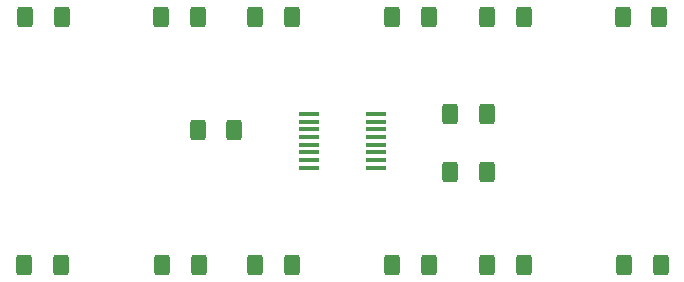
<source format=gbr>
%TF.GenerationSoftware,KiCad,Pcbnew,7.0.8-1.fc38*%
%TF.CreationDate,2023-10-12T23:26:15-06:00*%
%TF.ProjectId,lightPCBV1.1,6c696768-7450-4434-9256-312e312e6b69,rev?*%
%TF.SameCoordinates,Original*%
%TF.FileFunction,Paste,Top*%
%TF.FilePolarity,Positive*%
%FSLAX46Y46*%
G04 Gerber Fmt 4.6, Leading zero omitted, Abs format (unit mm)*
G04 Created by KiCad (PCBNEW 7.0.8-1.fc38) date 2023-10-12 23:26:15*
%MOMM*%
%LPD*%
G01*
G04 APERTURE LIST*
G04 Aperture macros list*
%AMRoundRect*
0 Rectangle with rounded corners*
0 $1 Rounding radius*
0 $2 $3 $4 $5 $6 $7 $8 $9 X,Y pos of 4 corners*
0 Add a 4 corners polygon primitive as box body*
4,1,4,$2,$3,$4,$5,$6,$7,$8,$9,$2,$3,0*
0 Add four circle primitives for the rounded corners*
1,1,$1+$1,$2,$3*
1,1,$1+$1,$4,$5*
1,1,$1+$1,$6,$7*
1,1,$1+$1,$8,$9*
0 Add four rect primitives between the rounded corners*
20,1,$1+$1,$2,$3,$4,$5,0*
20,1,$1+$1,$4,$5,$6,$7,0*
20,1,$1+$1,$6,$7,$8,$9,0*
20,1,$1+$1,$8,$9,$2,$3,0*%
G04 Aperture macros list end*
%ADD10RoundRect,0.250000X0.400000X0.625000X-0.400000X0.625000X-0.400000X-0.625000X0.400000X-0.625000X0*%
%ADD11RoundRect,0.250000X-0.400000X-0.625000X0.400000X-0.625000X0.400000X0.625000X-0.400000X0.625000X0*%
%ADD12R,1.676400X0.355600*%
G04 APERTURE END LIST*
D10*
%TO.C,R15*%
X157860000Y-92500000D03*
X160960000Y-92500000D03*
%TD*%
D11*
%TO.C,R14*%
X157860000Y-87600000D03*
X160960000Y-87600000D03*
%TD*%
D12*
%TO.C,U1*%
X145890600Y-87625001D03*
X145890600Y-88274999D03*
X145890600Y-88925001D03*
X145890600Y-89574999D03*
X145890600Y-90224998D03*
X145890600Y-90874999D03*
X145890600Y-91524998D03*
X145890600Y-92174999D03*
X151529400Y-92174999D03*
X151529400Y-91525001D03*
X151529400Y-90874999D03*
X151529400Y-90225001D03*
X151529400Y-89575002D03*
X151529400Y-88925001D03*
X151529400Y-88275002D03*
X151529400Y-87625001D03*
%TD*%
D11*
%TO.C,R2*%
X133460000Y-100400000D03*
X136560000Y-100400000D03*
%TD*%
D10*
%TO.C,R5*%
X164060000Y-100400000D03*
X160960000Y-100400000D03*
%TD*%
D11*
%TO.C,R4*%
X152960000Y-100400000D03*
X156060000Y-100400000D03*
%TD*%
D10*
%TO.C,R7*%
X124960000Y-79400000D03*
X121860000Y-79400000D03*
%TD*%
%TO.C,R9*%
X144460000Y-79400000D03*
X141360000Y-79400000D03*
%TD*%
D11*
%TO.C,R10*%
X152960000Y-79400000D03*
X156060000Y-79400000D03*
%TD*%
%TO.C,R8*%
X133360000Y-79400000D03*
X136460000Y-79400000D03*
%TD*%
D10*
%TO.C,R3*%
X144460000Y-100400000D03*
X141360000Y-100400000D03*
%TD*%
%TO.C,R1*%
X124860000Y-100400000D03*
X121760000Y-100400000D03*
%TD*%
D11*
%TO.C,R12*%
X172460000Y-79400000D03*
X175560000Y-79400000D03*
%TD*%
%TO.C,R13*%
X136460000Y-89000000D03*
X139560000Y-89000000D03*
%TD*%
D10*
%TO.C,R11*%
X164060000Y-79400000D03*
X160960000Y-79400000D03*
%TD*%
D11*
%TO.C,R6*%
X172560000Y-100400000D03*
X175660000Y-100400000D03*
%TD*%
M02*

</source>
